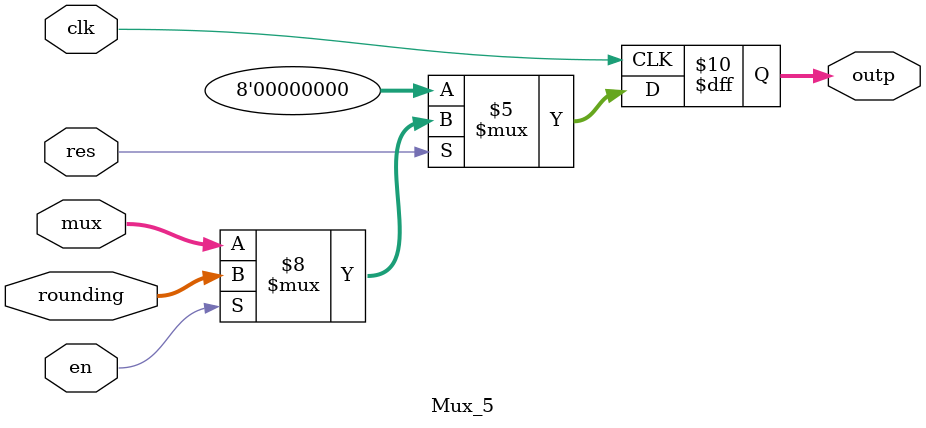
<source format=v>
module Mux_5(clk,res,en,mux,rounding,outp);
  input clk,res,en;
  input [7:0] mux,rounding;
  output reg [7:0] outp;
  
  always @(posedge clk) begin
    if(!en)
      outp = mux;
    else
      outp = rounding;
    if(!res)
      outp = 0;
    end
endmodule
</source>
